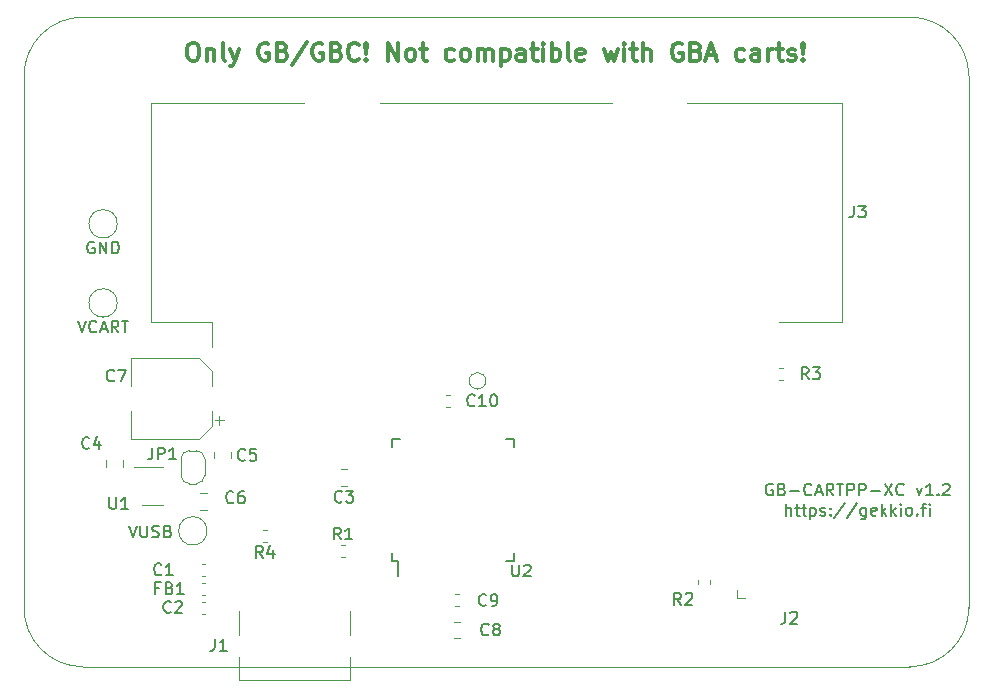
<source format=gbr>
%TF.GenerationSoftware,KiCad,Pcbnew,5.1.7-a382d34a8~87~ubuntu20.04.1*%
%TF.CreationDate,2020-10-04T21:32:38+03:00*%
%TF.ProjectId,GB-CARTPP-XC,47422d43-4152-4545-9050-2d58432e6b69,v1.2*%
%TF.SameCoordinates,Original*%
%TF.FileFunction,Legend,Top*%
%TF.FilePolarity,Positive*%
%FSLAX46Y46*%
G04 Gerber Fmt 4.6, Leading zero omitted, Abs format (unit mm)*
G04 Created by KiCad (PCBNEW 5.1.7-a382d34a8~87~ubuntu20.04.1) date 2020-10-04 21:32:38*
%MOMM*%
%LPD*%
G01*
G04 APERTURE LIST*
%ADD10C,0.200000*%
%ADD11C,0.300000*%
%TA.AperFunction,Profile*%
%ADD12C,0.050000*%
%TD*%
%ADD13C,0.120000*%
%ADD14C,0.150000*%
G04 APERTURE END LIST*
D10*
X113385714Y-89550000D02*
X113290476Y-89502380D01*
X113147619Y-89502380D01*
X113004761Y-89550000D01*
X112909523Y-89645238D01*
X112861904Y-89740476D01*
X112814285Y-89930952D01*
X112814285Y-90073809D01*
X112861904Y-90264285D01*
X112909523Y-90359523D01*
X113004761Y-90454761D01*
X113147619Y-90502380D01*
X113242857Y-90502380D01*
X113385714Y-90454761D01*
X113433333Y-90407142D01*
X113433333Y-90073809D01*
X113242857Y-90073809D01*
X114195238Y-89978571D02*
X114338095Y-90026190D01*
X114385714Y-90073809D01*
X114433333Y-90169047D01*
X114433333Y-90311904D01*
X114385714Y-90407142D01*
X114338095Y-90454761D01*
X114242857Y-90502380D01*
X113861904Y-90502380D01*
X113861904Y-89502380D01*
X114195238Y-89502380D01*
X114290476Y-89550000D01*
X114338095Y-89597619D01*
X114385714Y-89692857D01*
X114385714Y-89788095D01*
X114338095Y-89883333D01*
X114290476Y-89930952D01*
X114195238Y-89978571D01*
X113861904Y-89978571D01*
X114861904Y-90121428D02*
X115623809Y-90121428D01*
X116671428Y-90407142D02*
X116623809Y-90454761D01*
X116480952Y-90502380D01*
X116385714Y-90502380D01*
X116242857Y-90454761D01*
X116147619Y-90359523D01*
X116100000Y-90264285D01*
X116052380Y-90073809D01*
X116052380Y-89930952D01*
X116100000Y-89740476D01*
X116147619Y-89645238D01*
X116242857Y-89550000D01*
X116385714Y-89502380D01*
X116480952Y-89502380D01*
X116623809Y-89550000D01*
X116671428Y-89597619D01*
X117052380Y-90216666D02*
X117528571Y-90216666D01*
X116957142Y-90502380D02*
X117290476Y-89502380D01*
X117623809Y-90502380D01*
X118528571Y-90502380D02*
X118195238Y-90026190D01*
X117957142Y-90502380D02*
X117957142Y-89502380D01*
X118338095Y-89502380D01*
X118433333Y-89550000D01*
X118480952Y-89597619D01*
X118528571Y-89692857D01*
X118528571Y-89835714D01*
X118480952Y-89930952D01*
X118433333Y-89978571D01*
X118338095Y-90026190D01*
X117957142Y-90026190D01*
X118814285Y-89502380D02*
X119385714Y-89502380D01*
X119100000Y-90502380D02*
X119100000Y-89502380D01*
X119719047Y-90502380D02*
X119719047Y-89502380D01*
X120100000Y-89502380D01*
X120195238Y-89550000D01*
X120242857Y-89597619D01*
X120290476Y-89692857D01*
X120290476Y-89835714D01*
X120242857Y-89930952D01*
X120195238Y-89978571D01*
X120100000Y-90026190D01*
X119719047Y-90026190D01*
X120719047Y-90502380D02*
X120719047Y-89502380D01*
X121100000Y-89502380D01*
X121195238Y-89550000D01*
X121242857Y-89597619D01*
X121290476Y-89692857D01*
X121290476Y-89835714D01*
X121242857Y-89930952D01*
X121195238Y-89978571D01*
X121100000Y-90026190D01*
X120719047Y-90026190D01*
X121719047Y-90121428D02*
X122480952Y-90121428D01*
X122861904Y-89502380D02*
X123528571Y-90502380D01*
X123528571Y-89502380D02*
X122861904Y-90502380D01*
X124480952Y-90407142D02*
X124433333Y-90454761D01*
X124290476Y-90502380D01*
X124195238Y-90502380D01*
X124052380Y-90454761D01*
X123957142Y-90359523D01*
X123909523Y-90264285D01*
X123861904Y-90073809D01*
X123861904Y-89930952D01*
X123909523Y-89740476D01*
X123957142Y-89645238D01*
X124052380Y-89550000D01*
X124195238Y-89502380D01*
X124290476Y-89502380D01*
X124433333Y-89550000D01*
X124480952Y-89597619D01*
X125576190Y-89835714D02*
X125814285Y-90502380D01*
X126052380Y-89835714D01*
X126957142Y-90502380D02*
X126385714Y-90502380D01*
X126671428Y-90502380D02*
X126671428Y-89502380D01*
X126576190Y-89645238D01*
X126480952Y-89740476D01*
X126385714Y-89788095D01*
X127385714Y-90407142D02*
X127433333Y-90454761D01*
X127385714Y-90502380D01*
X127338095Y-90454761D01*
X127385714Y-90407142D01*
X127385714Y-90502380D01*
X127814285Y-89597619D02*
X127861904Y-89550000D01*
X127957142Y-89502380D01*
X128195238Y-89502380D01*
X128290476Y-89550000D01*
X128338095Y-89597619D01*
X128385714Y-89692857D01*
X128385714Y-89788095D01*
X128338095Y-89930952D01*
X127766666Y-90502380D01*
X128385714Y-90502380D01*
X114528571Y-92202380D02*
X114528571Y-91202380D01*
X114957142Y-92202380D02*
X114957142Y-91678571D01*
X114909523Y-91583333D01*
X114814285Y-91535714D01*
X114671428Y-91535714D01*
X114576190Y-91583333D01*
X114528571Y-91630952D01*
X115290476Y-91535714D02*
X115671428Y-91535714D01*
X115433333Y-91202380D02*
X115433333Y-92059523D01*
X115480952Y-92154761D01*
X115576190Y-92202380D01*
X115671428Y-92202380D01*
X115861904Y-91535714D02*
X116242857Y-91535714D01*
X116004761Y-91202380D02*
X116004761Y-92059523D01*
X116052380Y-92154761D01*
X116147619Y-92202380D01*
X116242857Y-92202380D01*
X116576190Y-91535714D02*
X116576190Y-92535714D01*
X116576190Y-91583333D02*
X116671428Y-91535714D01*
X116861904Y-91535714D01*
X116957142Y-91583333D01*
X117004761Y-91630952D01*
X117052380Y-91726190D01*
X117052380Y-92011904D01*
X117004761Y-92107142D01*
X116957142Y-92154761D01*
X116861904Y-92202380D01*
X116671428Y-92202380D01*
X116576190Y-92154761D01*
X117433333Y-92154761D02*
X117528571Y-92202380D01*
X117719047Y-92202380D01*
X117814285Y-92154761D01*
X117861904Y-92059523D01*
X117861904Y-92011904D01*
X117814285Y-91916666D01*
X117719047Y-91869047D01*
X117576190Y-91869047D01*
X117480952Y-91821428D01*
X117433333Y-91726190D01*
X117433333Y-91678571D01*
X117480952Y-91583333D01*
X117576190Y-91535714D01*
X117719047Y-91535714D01*
X117814285Y-91583333D01*
X118290476Y-92107142D02*
X118338095Y-92154761D01*
X118290476Y-92202380D01*
X118242857Y-92154761D01*
X118290476Y-92107142D01*
X118290476Y-92202380D01*
X118290476Y-91583333D02*
X118338095Y-91630952D01*
X118290476Y-91678571D01*
X118242857Y-91630952D01*
X118290476Y-91583333D01*
X118290476Y-91678571D01*
X119480952Y-91154761D02*
X118623809Y-92440476D01*
X120528571Y-91154761D02*
X119671428Y-92440476D01*
X121290476Y-91535714D02*
X121290476Y-92345238D01*
X121242857Y-92440476D01*
X121195238Y-92488095D01*
X121100000Y-92535714D01*
X120957142Y-92535714D01*
X120861904Y-92488095D01*
X121290476Y-92154761D02*
X121195238Y-92202380D01*
X121004761Y-92202380D01*
X120909523Y-92154761D01*
X120861904Y-92107142D01*
X120814285Y-92011904D01*
X120814285Y-91726190D01*
X120861904Y-91630952D01*
X120909523Y-91583333D01*
X121004761Y-91535714D01*
X121195238Y-91535714D01*
X121290476Y-91583333D01*
X122147619Y-92154761D02*
X122052380Y-92202380D01*
X121861904Y-92202380D01*
X121766666Y-92154761D01*
X121719047Y-92059523D01*
X121719047Y-91678571D01*
X121766666Y-91583333D01*
X121861904Y-91535714D01*
X122052380Y-91535714D01*
X122147619Y-91583333D01*
X122195238Y-91678571D01*
X122195238Y-91773809D01*
X121719047Y-91869047D01*
X122623809Y-92202380D02*
X122623809Y-91202380D01*
X122719047Y-91821428D02*
X123004761Y-92202380D01*
X123004761Y-91535714D02*
X122623809Y-91916666D01*
X123433333Y-92202380D02*
X123433333Y-91202380D01*
X123528571Y-91821428D02*
X123814285Y-92202380D01*
X123814285Y-91535714D02*
X123433333Y-91916666D01*
X124242857Y-92202380D02*
X124242857Y-91535714D01*
X124242857Y-91202380D02*
X124195238Y-91250000D01*
X124242857Y-91297619D01*
X124290476Y-91250000D01*
X124242857Y-91202380D01*
X124242857Y-91297619D01*
X124861904Y-92202380D02*
X124766666Y-92154761D01*
X124719047Y-92107142D01*
X124671428Y-92011904D01*
X124671428Y-91726190D01*
X124719047Y-91630952D01*
X124766666Y-91583333D01*
X124861904Y-91535714D01*
X125004761Y-91535714D01*
X125100000Y-91583333D01*
X125147619Y-91630952D01*
X125195238Y-91726190D01*
X125195238Y-92011904D01*
X125147619Y-92107142D01*
X125100000Y-92154761D01*
X125004761Y-92202380D01*
X124861904Y-92202380D01*
X125623809Y-92107142D02*
X125671428Y-92154761D01*
X125623809Y-92202380D01*
X125576190Y-92154761D01*
X125623809Y-92107142D01*
X125623809Y-92202380D01*
X125957142Y-91535714D02*
X126338095Y-91535714D01*
X126100000Y-92202380D02*
X126100000Y-91345238D01*
X126147619Y-91250000D01*
X126242857Y-91202380D01*
X126338095Y-91202380D01*
X126671428Y-92202380D02*
X126671428Y-91535714D01*
X126671428Y-91202380D02*
X126623809Y-91250000D01*
X126671428Y-91297619D01*
X126719047Y-91250000D01*
X126671428Y-91202380D01*
X126671428Y-91297619D01*
D11*
X64200000Y-52178571D02*
X64485714Y-52178571D01*
X64628571Y-52250000D01*
X64771428Y-52392857D01*
X64842857Y-52678571D01*
X64842857Y-53178571D01*
X64771428Y-53464285D01*
X64628571Y-53607142D01*
X64485714Y-53678571D01*
X64200000Y-53678571D01*
X64057142Y-53607142D01*
X63914285Y-53464285D01*
X63842857Y-53178571D01*
X63842857Y-52678571D01*
X63914285Y-52392857D01*
X64057142Y-52250000D01*
X64200000Y-52178571D01*
X65485714Y-52678571D02*
X65485714Y-53678571D01*
X65485714Y-52821428D02*
X65557142Y-52750000D01*
X65700000Y-52678571D01*
X65914285Y-52678571D01*
X66057142Y-52750000D01*
X66128571Y-52892857D01*
X66128571Y-53678571D01*
X67057142Y-53678571D02*
X66914285Y-53607142D01*
X66842857Y-53464285D01*
X66842857Y-52178571D01*
X67485714Y-52678571D02*
X67842857Y-53678571D01*
X68200000Y-52678571D02*
X67842857Y-53678571D01*
X67700000Y-54035714D01*
X67628571Y-54107142D01*
X67485714Y-54178571D01*
X70700000Y-52250000D02*
X70557142Y-52178571D01*
X70342857Y-52178571D01*
X70128571Y-52250000D01*
X69985714Y-52392857D01*
X69914285Y-52535714D01*
X69842857Y-52821428D01*
X69842857Y-53035714D01*
X69914285Y-53321428D01*
X69985714Y-53464285D01*
X70128571Y-53607142D01*
X70342857Y-53678571D01*
X70485714Y-53678571D01*
X70700000Y-53607142D01*
X70771428Y-53535714D01*
X70771428Y-53035714D01*
X70485714Y-53035714D01*
X71914285Y-52892857D02*
X72128571Y-52964285D01*
X72200000Y-53035714D01*
X72271428Y-53178571D01*
X72271428Y-53392857D01*
X72200000Y-53535714D01*
X72128571Y-53607142D01*
X71985714Y-53678571D01*
X71414285Y-53678571D01*
X71414285Y-52178571D01*
X71914285Y-52178571D01*
X72057142Y-52250000D01*
X72128571Y-52321428D01*
X72200000Y-52464285D01*
X72200000Y-52607142D01*
X72128571Y-52750000D01*
X72057142Y-52821428D01*
X71914285Y-52892857D01*
X71414285Y-52892857D01*
X73985714Y-52107142D02*
X72700000Y-54035714D01*
X75271428Y-52250000D02*
X75128571Y-52178571D01*
X74914285Y-52178571D01*
X74700000Y-52250000D01*
X74557142Y-52392857D01*
X74485714Y-52535714D01*
X74414285Y-52821428D01*
X74414285Y-53035714D01*
X74485714Y-53321428D01*
X74557142Y-53464285D01*
X74700000Y-53607142D01*
X74914285Y-53678571D01*
X75057142Y-53678571D01*
X75271428Y-53607142D01*
X75342857Y-53535714D01*
X75342857Y-53035714D01*
X75057142Y-53035714D01*
X76485714Y-52892857D02*
X76700000Y-52964285D01*
X76771428Y-53035714D01*
X76842857Y-53178571D01*
X76842857Y-53392857D01*
X76771428Y-53535714D01*
X76700000Y-53607142D01*
X76557142Y-53678571D01*
X75985714Y-53678571D01*
X75985714Y-52178571D01*
X76485714Y-52178571D01*
X76628571Y-52250000D01*
X76700000Y-52321428D01*
X76771428Y-52464285D01*
X76771428Y-52607142D01*
X76700000Y-52750000D01*
X76628571Y-52821428D01*
X76485714Y-52892857D01*
X75985714Y-52892857D01*
X78342857Y-53535714D02*
X78271428Y-53607142D01*
X78057142Y-53678571D01*
X77914285Y-53678571D01*
X77700000Y-53607142D01*
X77557142Y-53464285D01*
X77485714Y-53321428D01*
X77414285Y-53035714D01*
X77414285Y-52821428D01*
X77485714Y-52535714D01*
X77557142Y-52392857D01*
X77700000Y-52250000D01*
X77914285Y-52178571D01*
X78057142Y-52178571D01*
X78271428Y-52250000D01*
X78342857Y-52321428D01*
X78985714Y-53535714D02*
X79057142Y-53607142D01*
X78985714Y-53678571D01*
X78914285Y-53607142D01*
X78985714Y-53535714D01*
X78985714Y-53678571D01*
X78985714Y-53107142D02*
X78914285Y-52250000D01*
X78985714Y-52178571D01*
X79057142Y-52250000D01*
X78985714Y-53107142D01*
X78985714Y-52178571D01*
X80842857Y-53678571D02*
X80842857Y-52178571D01*
X81700000Y-53678571D01*
X81700000Y-52178571D01*
X82628571Y-53678571D02*
X82485714Y-53607142D01*
X82414285Y-53535714D01*
X82342857Y-53392857D01*
X82342857Y-52964285D01*
X82414285Y-52821428D01*
X82485714Y-52750000D01*
X82628571Y-52678571D01*
X82842857Y-52678571D01*
X82985714Y-52750000D01*
X83057142Y-52821428D01*
X83128571Y-52964285D01*
X83128571Y-53392857D01*
X83057142Y-53535714D01*
X82985714Y-53607142D01*
X82842857Y-53678571D01*
X82628571Y-53678571D01*
X83557142Y-52678571D02*
X84128571Y-52678571D01*
X83771428Y-52178571D02*
X83771428Y-53464285D01*
X83842857Y-53607142D01*
X83985714Y-53678571D01*
X84128571Y-53678571D01*
X86414285Y-53607142D02*
X86271428Y-53678571D01*
X85985714Y-53678571D01*
X85842857Y-53607142D01*
X85771428Y-53535714D01*
X85700000Y-53392857D01*
X85700000Y-52964285D01*
X85771428Y-52821428D01*
X85842857Y-52750000D01*
X85985714Y-52678571D01*
X86271428Y-52678571D01*
X86414285Y-52750000D01*
X87271428Y-53678571D02*
X87128571Y-53607142D01*
X87057142Y-53535714D01*
X86985714Y-53392857D01*
X86985714Y-52964285D01*
X87057142Y-52821428D01*
X87128571Y-52750000D01*
X87271428Y-52678571D01*
X87485714Y-52678571D01*
X87628571Y-52750000D01*
X87700000Y-52821428D01*
X87771428Y-52964285D01*
X87771428Y-53392857D01*
X87700000Y-53535714D01*
X87628571Y-53607142D01*
X87485714Y-53678571D01*
X87271428Y-53678571D01*
X88414285Y-53678571D02*
X88414285Y-52678571D01*
X88414285Y-52821428D02*
X88485714Y-52750000D01*
X88628571Y-52678571D01*
X88842857Y-52678571D01*
X88985714Y-52750000D01*
X89057142Y-52892857D01*
X89057142Y-53678571D01*
X89057142Y-52892857D02*
X89128571Y-52750000D01*
X89271428Y-52678571D01*
X89485714Y-52678571D01*
X89628571Y-52750000D01*
X89700000Y-52892857D01*
X89700000Y-53678571D01*
X90414285Y-52678571D02*
X90414285Y-54178571D01*
X90414285Y-52750000D02*
X90557142Y-52678571D01*
X90842857Y-52678571D01*
X90985714Y-52750000D01*
X91057142Y-52821428D01*
X91128571Y-52964285D01*
X91128571Y-53392857D01*
X91057142Y-53535714D01*
X90985714Y-53607142D01*
X90842857Y-53678571D01*
X90557142Y-53678571D01*
X90414285Y-53607142D01*
X92414285Y-53678571D02*
X92414285Y-52892857D01*
X92342857Y-52750000D01*
X92200000Y-52678571D01*
X91914285Y-52678571D01*
X91771428Y-52750000D01*
X92414285Y-53607142D02*
X92271428Y-53678571D01*
X91914285Y-53678571D01*
X91771428Y-53607142D01*
X91700000Y-53464285D01*
X91700000Y-53321428D01*
X91771428Y-53178571D01*
X91914285Y-53107142D01*
X92271428Y-53107142D01*
X92414285Y-53035714D01*
X92914285Y-52678571D02*
X93485714Y-52678571D01*
X93128571Y-52178571D02*
X93128571Y-53464285D01*
X93200000Y-53607142D01*
X93342857Y-53678571D01*
X93485714Y-53678571D01*
X93985714Y-53678571D02*
X93985714Y-52678571D01*
X93985714Y-52178571D02*
X93914285Y-52250000D01*
X93985714Y-52321428D01*
X94057142Y-52250000D01*
X93985714Y-52178571D01*
X93985714Y-52321428D01*
X94700000Y-53678571D02*
X94700000Y-52178571D01*
X94700000Y-52750000D02*
X94842857Y-52678571D01*
X95128571Y-52678571D01*
X95271428Y-52750000D01*
X95342857Y-52821428D01*
X95414285Y-52964285D01*
X95414285Y-53392857D01*
X95342857Y-53535714D01*
X95271428Y-53607142D01*
X95128571Y-53678571D01*
X94842857Y-53678571D01*
X94700000Y-53607142D01*
X96271428Y-53678571D02*
X96128571Y-53607142D01*
X96057142Y-53464285D01*
X96057142Y-52178571D01*
X97414285Y-53607142D02*
X97271428Y-53678571D01*
X96985714Y-53678571D01*
X96842857Y-53607142D01*
X96771428Y-53464285D01*
X96771428Y-52892857D01*
X96842857Y-52750000D01*
X96985714Y-52678571D01*
X97271428Y-52678571D01*
X97414285Y-52750000D01*
X97485714Y-52892857D01*
X97485714Y-53035714D01*
X96771428Y-53178571D01*
X99128571Y-52678571D02*
X99414285Y-53678571D01*
X99700000Y-52964285D01*
X99985714Y-53678571D01*
X100271428Y-52678571D01*
X100842857Y-53678571D02*
X100842857Y-52678571D01*
X100842857Y-52178571D02*
X100771428Y-52250000D01*
X100842857Y-52321428D01*
X100914285Y-52250000D01*
X100842857Y-52178571D01*
X100842857Y-52321428D01*
X101342857Y-52678571D02*
X101914285Y-52678571D01*
X101557142Y-52178571D02*
X101557142Y-53464285D01*
X101628571Y-53607142D01*
X101771428Y-53678571D01*
X101914285Y-53678571D01*
X102414285Y-53678571D02*
X102414285Y-52178571D01*
X103057142Y-53678571D02*
X103057142Y-52892857D01*
X102985714Y-52750000D01*
X102842857Y-52678571D01*
X102628571Y-52678571D01*
X102485714Y-52750000D01*
X102414285Y-52821428D01*
X105700000Y-52250000D02*
X105557142Y-52178571D01*
X105342857Y-52178571D01*
X105128571Y-52250000D01*
X104985714Y-52392857D01*
X104914285Y-52535714D01*
X104842857Y-52821428D01*
X104842857Y-53035714D01*
X104914285Y-53321428D01*
X104985714Y-53464285D01*
X105128571Y-53607142D01*
X105342857Y-53678571D01*
X105485714Y-53678571D01*
X105700000Y-53607142D01*
X105771428Y-53535714D01*
X105771428Y-53035714D01*
X105485714Y-53035714D01*
X106914285Y-52892857D02*
X107128571Y-52964285D01*
X107200000Y-53035714D01*
X107271428Y-53178571D01*
X107271428Y-53392857D01*
X107200000Y-53535714D01*
X107128571Y-53607142D01*
X106985714Y-53678571D01*
X106414285Y-53678571D01*
X106414285Y-52178571D01*
X106914285Y-52178571D01*
X107057142Y-52250000D01*
X107128571Y-52321428D01*
X107200000Y-52464285D01*
X107200000Y-52607142D01*
X107128571Y-52750000D01*
X107057142Y-52821428D01*
X106914285Y-52892857D01*
X106414285Y-52892857D01*
X107842857Y-53250000D02*
X108557142Y-53250000D01*
X107700000Y-53678571D02*
X108200000Y-52178571D01*
X108700000Y-53678571D01*
X110985714Y-53607142D02*
X110842857Y-53678571D01*
X110557142Y-53678571D01*
X110414285Y-53607142D01*
X110342857Y-53535714D01*
X110271428Y-53392857D01*
X110271428Y-52964285D01*
X110342857Y-52821428D01*
X110414285Y-52750000D01*
X110557142Y-52678571D01*
X110842857Y-52678571D01*
X110985714Y-52750000D01*
X112271428Y-53678571D02*
X112271428Y-52892857D01*
X112200000Y-52750000D01*
X112057142Y-52678571D01*
X111771428Y-52678571D01*
X111628571Y-52750000D01*
X112271428Y-53607142D02*
X112128571Y-53678571D01*
X111771428Y-53678571D01*
X111628571Y-53607142D01*
X111557142Y-53464285D01*
X111557142Y-53321428D01*
X111628571Y-53178571D01*
X111771428Y-53107142D01*
X112128571Y-53107142D01*
X112271428Y-53035714D01*
X112985714Y-53678571D02*
X112985714Y-52678571D01*
X112985714Y-52964285D02*
X113057142Y-52821428D01*
X113128571Y-52750000D01*
X113271428Y-52678571D01*
X113414285Y-52678571D01*
X113700000Y-52678571D02*
X114271428Y-52678571D01*
X113914285Y-52178571D02*
X113914285Y-53464285D01*
X113985714Y-53607142D01*
X114128571Y-53678571D01*
X114271428Y-53678571D01*
X114700000Y-53607142D02*
X114842857Y-53678571D01*
X115128571Y-53678571D01*
X115271428Y-53607142D01*
X115342857Y-53464285D01*
X115342857Y-53392857D01*
X115271428Y-53250000D01*
X115128571Y-53178571D01*
X114914285Y-53178571D01*
X114771428Y-53107142D01*
X114700000Y-52964285D01*
X114700000Y-52892857D01*
X114771428Y-52750000D01*
X114914285Y-52678571D01*
X115128571Y-52678571D01*
X115271428Y-52750000D01*
X115985714Y-53535714D02*
X116057142Y-53607142D01*
X115985714Y-53678571D01*
X115914285Y-53607142D01*
X115985714Y-53535714D01*
X115985714Y-53678571D01*
X115985714Y-53107142D02*
X115914285Y-52250000D01*
X115985714Y-52178571D01*
X116057142Y-52250000D01*
X115985714Y-53107142D01*
X115985714Y-52178571D01*
D12*
X130000000Y-100000000D02*
G75*
G02*
X125000000Y-105000000I-5000000J0D01*
G01*
X55000000Y-105000000D02*
G75*
G02*
X50000000Y-100000000I0J5000000D01*
G01*
X50000000Y-55000000D02*
G75*
G02*
X55000000Y-50000000I5000000J0D01*
G01*
X125000000Y-50000000D02*
G75*
G02*
X130000000Y-55000000I0J-5000000D01*
G01*
X50000000Y-100000000D02*
X50000000Y-55000000D01*
X125000000Y-105000000D02*
X55000000Y-105000000D01*
X130000000Y-55000000D02*
X130000000Y-100000000D01*
X55000000Y-50000000D02*
X125000000Y-50000000D01*
D13*
%TO.C,TP4*%
X57900000Y-67500000D02*
G75*
G03*
X57900000Y-67500000I-1200000J0D01*
G01*
%TO.C,U1*%
X61800000Y-88090000D02*
X59350000Y-88090000D01*
X60000000Y-91310000D02*
X61800000Y-91310000D01*
%TO.C,R4*%
X70562779Y-93390000D02*
X70237221Y-93390000D01*
X70562779Y-94410000D02*
X70237221Y-94410000D01*
%TO.C,R1*%
X76837221Y-95710000D02*
X77162779Y-95710000D01*
X76837221Y-94690000D02*
X77162779Y-94690000D01*
%TO.C,J1*%
X68200000Y-106100000D02*
X77600000Y-106100000D01*
X77600000Y-100300000D02*
X77600000Y-102300000D01*
X77600000Y-104200000D02*
X77600000Y-106100000D01*
X68200000Y-100300000D02*
X68200000Y-102300000D01*
X68200000Y-104200000D02*
X68200000Y-106100000D01*
%TO.C,FB1*%
X65362779Y-97890000D02*
X65037221Y-97890000D01*
X65362779Y-98910000D02*
X65037221Y-98910000D01*
%TO.C,C2*%
X65037221Y-100510000D02*
X65362779Y-100510000D01*
X65037221Y-99490000D02*
X65362779Y-99490000D01*
%TO.C,C1*%
X65362779Y-96290000D02*
X65037221Y-96290000D01*
X65362779Y-97310000D02*
X65037221Y-97310000D01*
%TO.C,TP3*%
X57900000Y-74200000D02*
G75*
G03*
X57900000Y-74200000I-1200000J0D01*
G01*
%TO.C,C7*%
X66543750Y-84541250D02*
X66543750Y-83753750D01*
X66937500Y-84147500D02*
X66150000Y-84147500D01*
X65910000Y-79954437D02*
X64845563Y-78890000D01*
X65910000Y-84645563D02*
X64845563Y-85710000D01*
X65910000Y-84645563D02*
X65910000Y-83360000D01*
X65910000Y-79954437D02*
X65910000Y-81240000D01*
X64845563Y-78890000D02*
X59090000Y-78890000D01*
X64845563Y-85710000D02*
X59090000Y-85710000D01*
X59090000Y-85710000D02*
X59090000Y-83360000D01*
X59090000Y-78890000D02*
X59090000Y-81240000D01*
%TO.C,C5*%
X67510000Y-87358578D02*
X67510000Y-86841422D01*
X66090000Y-87358578D02*
X66090000Y-86841422D01*
%TO.C,C4*%
X58410000Y-88058578D02*
X58410000Y-87541422D01*
X56990000Y-88058578D02*
X56990000Y-87541422D01*
%TO.C,J3*%
X119250000Y-75800000D02*
X119250000Y-57300000D01*
X119250000Y-57300000D02*
X106150000Y-57300000D01*
X99750000Y-57300000D02*
X80150000Y-57300000D01*
X73750000Y-57300000D02*
X60750000Y-57300000D01*
X60750000Y-75800000D02*
X60750000Y-57300000D01*
X60750000Y-75800000D02*
X65950000Y-75800000D01*
X119250000Y-75800000D02*
X113950000Y-75800000D01*
X65950000Y-75800000D02*
X65950000Y-77900000D01*
%TO.C,C3*%
X77358578Y-88290000D02*
X76841422Y-88290000D01*
X77358578Y-89710000D02*
X76841422Y-89710000D01*
%TO.C,JP1*%
X63300000Y-88800000D02*
X63300000Y-87400000D01*
X64000000Y-86700000D02*
X64600000Y-86700000D01*
X65300000Y-87400000D02*
X65300000Y-88800000D01*
X64600000Y-89500000D02*
X64000000Y-89500000D01*
X64000000Y-89500000D02*
G75*
G02*
X63300000Y-88800000I0J700000D01*
G01*
X65300000Y-88800000D02*
G75*
G02*
X64600000Y-89500000I-700000J0D01*
G01*
X64600000Y-86700000D02*
G75*
G02*
X65300000Y-87400000I0J-700000D01*
G01*
X63300000Y-87400000D02*
G75*
G02*
X64000000Y-86700000I700000J0D01*
G01*
%TO.C,TP2*%
X89100000Y-80800000D02*
G75*
G03*
X89100000Y-80800000I-700000J0D01*
G01*
D14*
%TO.C,U2*%
X81700000Y-96075000D02*
X81700000Y-97350000D01*
X81125000Y-85725000D02*
X81125000Y-86400000D01*
X91475000Y-85725000D02*
X91475000Y-86400000D01*
X91475000Y-96075000D02*
X91475000Y-95400000D01*
X81125000Y-96075000D02*
X81125000Y-95400000D01*
X91475000Y-96075000D02*
X90800000Y-96075000D01*
X91475000Y-85725000D02*
X90800000Y-85725000D01*
X81125000Y-85725000D02*
X81800000Y-85725000D01*
X81125000Y-96075000D02*
X81700000Y-96075000D01*
D13*
%TO.C,TP1*%
X65500000Y-93500000D02*
G75*
G03*
X65500000Y-93500000I-1200000J0D01*
G01*
%TO.C,R3*%
X114262779Y-79690000D02*
X113937221Y-79690000D01*
X114262779Y-80710000D02*
X113937221Y-80710000D01*
%TO.C,R2*%
X107090000Y-97637221D02*
X107090000Y-97962779D01*
X108110000Y-97637221D02*
X108110000Y-97962779D01*
%TO.C,J2*%
X111030000Y-99170000D02*
X110395000Y-99170000D01*
X110395000Y-99170000D02*
X110395000Y-98535000D01*
%TO.C,C10*%
X86062779Y-81990000D02*
X85737221Y-81990000D01*
X86062779Y-83010000D02*
X85737221Y-83010000D01*
%TO.C,C9*%
X86862779Y-98840000D02*
X86537221Y-98840000D01*
X86862779Y-99860000D02*
X86537221Y-99860000D01*
%TO.C,C8*%
X86958578Y-101190000D02*
X86441422Y-101190000D01*
X86958578Y-102610000D02*
X86441422Y-102610000D01*
%TO.C,C6*%
X64941422Y-91710000D02*
X65458578Y-91710000D01*
X64941422Y-90290000D02*
X65458578Y-90290000D01*
%TD*%
%TO.C,TP4*%
D14*
X55938095Y-69050000D02*
X55842857Y-69002380D01*
X55700000Y-69002380D01*
X55557142Y-69050000D01*
X55461904Y-69145238D01*
X55414285Y-69240476D01*
X55366666Y-69430952D01*
X55366666Y-69573809D01*
X55414285Y-69764285D01*
X55461904Y-69859523D01*
X55557142Y-69954761D01*
X55700000Y-70002380D01*
X55795238Y-70002380D01*
X55938095Y-69954761D01*
X55985714Y-69907142D01*
X55985714Y-69573809D01*
X55795238Y-69573809D01*
X56414285Y-70002380D02*
X56414285Y-69002380D01*
X56985714Y-70002380D01*
X56985714Y-69002380D01*
X57461904Y-70002380D02*
X57461904Y-69002380D01*
X57700000Y-69002380D01*
X57842857Y-69050000D01*
X57938095Y-69145238D01*
X57985714Y-69240476D01*
X58033333Y-69430952D01*
X58033333Y-69573809D01*
X57985714Y-69764285D01*
X57938095Y-69859523D01*
X57842857Y-69954761D01*
X57700000Y-70002380D01*
X57461904Y-70002380D01*
%TO.C,U1*%
X57238095Y-90652380D02*
X57238095Y-91461904D01*
X57285714Y-91557142D01*
X57333333Y-91604761D01*
X57428571Y-91652380D01*
X57619047Y-91652380D01*
X57714285Y-91604761D01*
X57761904Y-91557142D01*
X57809523Y-91461904D01*
X57809523Y-90652380D01*
X58809523Y-91652380D02*
X58238095Y-91652380D01*
X58523809Y-91652380D02*
X58523809Y-90652380D01*
X58428571Y-90795238D01*
X58333333Y-90890476D01*
X58238095Y-90938095D01*
%TO.C,R4*%
X70233333Y-95782380D02*
X69900000Y-95306190D01*
X69661904Y-95782380D02*
X69661904Y-94782380D01*
X70042857Y-94782380D01*
X70138095Y-94830000D01*
X70185714Y-94877619D01*
X70233333Y-94972857D01*
X70233333Y-95115714D01*
X70185714Y-95210952D01*
X70138095Y-95258571D01*
X70042857Y-95306190D01*
X69661904Y-95306190D01*
X71090476Y-95115714D02*
X71090476Y-95782380D01*
X70852380Y-94734761D02*
X70614285Y-95449047D01*
X71233333Y-95449047D01*
%TO.C,R1*%
X76833333Y-94222380D02*
X76500000Y-93746190D01*
X76261904Y-94222380D02*
X76261904Y-93222380D01*
X76642857Y-93222380D01*
X76738095Y-93270000D01*
X76785714Y-93317619D01*
X76833333Y-93412857D01*
X76833333Y-93555714D01*
X76785714Y-93650952D01*
X76738095Y-93698571D01*
X76642857Y-93746190D01*
X76261904Y-93746190D01*
X77785714Y-94222380D02*
X77214285Y-94222380D01*
X77500000Y-94222380D02*
X77500000Y-93222380D01*
X77404761Y-93365238D01*
X77309523Y-93460476D01*
X77214285Y-93508095D01*
%TO.C,J1*%
X66166666Y-102652380D02*
X66166666Y-103366666D01*
X66119047Y-103509523D01*
X66023809Y-103604761D01*
X65880952Y-103652380D01*
X65785714Y-103652380D01*
X67166666Y-103652380D02*
X66595238Y-103652380D01*
X66880952Y-103652380D02*
X66880952Y-102652380D01*
X66785714Y-102795238D01*
X66690476Y-102890476D01*
X66595238Y-102938095D01*
%TO.C,FB1*%
X61466666Y-98328571D02*
X61133333Y-98328571D01*
X61133333Y-98852380D02*
X61133333Y-97852380D01*
X61609523Y-97852380D01*
X62323809Y-98328571D02*
X62466666Y-98376190D01*
X62514285Y-98423809D01*
X62561904Y-98519047D01*
X62561904Y-98661904D01*
X62514285Y-98757142D01*
X62466666Y-98804761D01*
X62371428Y-98852380D01*
X61990476Y-98852380D01*
X61990476Y-97852380D01*
X62323809Y-97852380D01*
X62419047Y-97900000D01*
X62466666Y-97947619D01*
X62514285Y-98042857D01*
X62514285Y-98138095D01*
X62466666Y-98233333D01*
X62419047Y-98280952D01*
X62323809Y-98328571D01*
X61990476Y-98328571D01*
X63514285Y-98852380D02*
X62942857Y-98852380D01*
X63228571Y-98852380D02*
X63228571Y-97852380D01*
X63133333Y-97995238D01*
X63038095Y-98090476D01*
X62942857Y-98138095D01*
%TO.C,C2*%
X62433333Y-100357142D02*
X62385714Y-100404761D01*
X62242857Y-100452380D01*
X62147619Y-100452380D01*
X62004761Y-100404761D01*
X61909523Y-100309523D01*
X61861904Y-100214285D01*
X61814285Y-100023809D01*
X61814285Y-99880952D01*
X61861904Y-99690476D01*
X61909523Y-99595238D01*
X62004761Y-99500000D01*
X62147619Y-99452380D01*
X62242857Y-99452380D01*
X62385714Y-99500000D01*
X62433333Y-99547619D01*
X62814285Y-99547619D02*
X62861904Y-99500000D01*
X62957142Y-99452380D01*
X63195238Y-99452380D01*
X63290476Y-99500000D01*
X63338095Y-99547619D01*
X63385714Y-99642857D01*
X63385714Y-99738095D01*
X63338095Y-99880952D01*
X62766666Y-100452380D01*
X63385714Y-100452380D01*
%TO.C,C1*%
X61633333Y-97157142D02*
X61585714Y-97204761D01*
X61442857Y-97252380D01*
X61347619Y-97252380D01*
X61204761Y-97204761D01*
X61109523Y-97109523D01*
X61061904Y-97014285D01*
X61014285Y-96823809D01*
X61014285Y-96680952D01*
X61061904Y-96490476D01*
X61109523Y-96395238D01*
X61204761Y-96300000D01*
X61347619Y-96252380D01*
X61442857Y-96252380D01*
X61585714Y-96300000D01*
X61633333Y-96347619D01*
X62585714Y-97252380D02*
X62014285Y-97252380D01*
X62300000Y-97252380D02*
X62300000Y-96252380D01*
X62204761Y-96395238D01*
X62109523Y-96490476D01*
X62014285Y-96538095D01*
%TO.C,TP3*%
X54557142Y-75702380D02*
X54890476Y-76702380D01*
X55223809Y-75702380D01*
X56128571Y-76607142D02*
X56080952Y-76654761D01*
X55938095Y-76702380D01*
X55842857Y-76702380D01*
X55700000Y-76654761D01*
X55604761Y-76559523D01*
X55557142Y-76464285D01*
X55509523Y-76273809D01*
X55509523Y-76130952D01*
X55557142Y-75940476D01*
X55604761Y-75845238D01*
X55700000Y-75750000D01*
X55842857Y-75702380D01*
X55938095Y-75702380D01*
X56080952Y-75750000D01*
X56128571Y-75797619D01*
X56509523Y-76416666D02*
X56985714Y-76416666D01*
X56414285Y-76702380D02*
X56747619Y-75702380D01*
X57080952Y-76702380D01*
X57985714Y-76702380D02*
X57652380Y-76226190D01*
X57414285Y-76702380D02*
X57414285Y-75702380D01*
X57795238Y-75702380D01*
X57890476Y-75750000D01*
X57938095Y-75797619D01*
X57985714Y-75892857D01*
X57985714Y-76035714D01*
X57938095Y-76130952D01*
X57890476Y-76178571D01*
X57795238Y-76226190D01*
X57414285Y-76226190D01*
X58271428Y-75702380D02*
X58842857Y-75702380D01*
X58557142Y-76702380D02*
X58557142Y-75702380D01*
%TO.C,C7*%
X57633333Y-80757142D02*
X57585714Y-80804761D01*
X57442857Y-80852380D01*
X57347619Y-80852380D01*
X57204761Y-80804761D01*
X57109523Y-80709523D01*
X57061904Y-80614285D01*
X57014285Y-80423809D01*
X57014285Y-80280952D01*
X57061904Y-80090476D01*
X57109523Y-79995238D01*
X57204761Y-79900000D01*
X57347619Y-79852380D01*
X57442857Y-79852380D01*
X57585714Y-79900000D01*
X57633333Y-79947619D01*
X57966666Y-79852380D02*
X58633333Y-79852380D01*
X58204761Y-80852380D01*
%TO.C,C5*%
X68733333Y-87457142D02*
X68685714Y-87504761D01*
X68542857Y-87552380D01*
X68447619Y-87552380D01*
X68304761Y-87504761D01*
X68209523Y-87409523D01*
X68161904Y-87314285D01*
X68114285Y-87123809D01*
X68114285Y-86980952D01*
X68161904Y-86790476D01*
X68209523Y-86695238D01*
X68304761Y-86600000D01*
X68447619Y-86552380D01*
X68542857Y-86552380D01*
X68685714Y-86600000D01*
X68733333Y-86647619D01*
X69638095Y-86552380D02*
X69161904Y-86552380D01*
X69114285Y-87028571D01*
X69161904Y-86980952D01*
X69257142Y-86933333D01*
X69495238Y-86933333D01*
X69590476Y-86980952D01*
X69638095Y-87028571D01*
X69685714Y-87123809D01*
X69685714Y-87361904D01*
X69638095Y-87457142D01*
X69590476Y-87504761D01*
X69495238Y-87552380D01*
X69257142Y-87552380D01*
X69161904Y-87504761D01*
X69114285Y-87457142D01*
%TO.C,C4*%
X55533333Y-86457142D02*
X55485714Y-86504761D01*
X55342857Y-86552380D01*
X55247619Y-86552380D01*
X55104761Y-86504761D01*
X55009523Y-86409523D01*
X54961904Y-86314285D01*
X54914285Y-86123809D01*
X54914285Y-85980952D01*
X54961904Y-85790476D01*
X55009523Y-85695238D01*
X55104761Y-85600000D01*
X55247619Y-85552380D01*
X55342857Y-85552380D01*
X55485714Y-85600000D01*
X55533333Y-85647619D01*
X56390476Y-85885714D02*
X56390476Y-86552380D01*
X56152380Y-85504761D02*
X55914285Y-86219047D01*
X56533333Y-86219047D01*
%TO.C,J3*%
X120266666Y-65952380D02*
X120266666Y-66666666D01*
X120219047Y-66809523D01*
X120123809Y-66904761D01*
X119980952Y-66952380D01*
X119885714Y-66952380D01*
X120647619Y-65952380D02*
X121266666Y-65952380D01*
X120933333Y-66333333D01*
X121076190Y-66333333D01*
X121171428Y-66380952D01*
X121219047Y-66428571D01*
X121266666Y-66523809D01*
X121266666Y-66761904D01*
X121219047Y-66857142D01*
X121171428Y-66904761D01*
X121076190Y-66952380D01*
X120790476Y-66952380D01*
X120695238Y-66904761D01*
X120647619Y-66857142D01*
%TO.C,C3*%
X76933333Y-91007142D02*
X76885714Y-91054761D01*
X76742857Y-91102380D01*
X76647619Y-91102380D01*
X76504761Y-91054761D01*
X76409523Y-90959523D01*
X76361904Y-90864285D01*
X76314285Y-90673809D01*
X76314285Y-90530952D01*
X76361904Y-90340476D01*
X76409523Y-90245238D01*
X76504761Y-90150000D01*
X76647619Y-90102380D01*
X76742857Y-90102380D01*
X76885714Y-90150000D01*
X76933333Y-90197619D01*
X77266666Y-90102380D02*
X77885714Y-90102380D01*
X77552380Y-90483333D01*
X77695238Y-90483333D01*
X77790476Y-90530952D01*
X77838095Y-90578571D01*
X77885714Y-90673809D01*
X77885714Y-90911904D01*
X77838095Y-91007142D01*
X77790476Y-91054761D01*
X77695238Y-91102380D01*
X77409523Y-91102380D01*
X77314285Y-91054761D01*
X77266666Y-91007142D01*
%TO.C,JP1*%
X60866666Y-86452380D02*
X60866666Y-87166666D01*
X60819047Y-87309523D01*
X60723809Y-87404761D01*
X60580952Y-87452380D01*
X60485714Y-87452380D01*
X61342857Y-87452380D02*
X61342857Y-86452380D01*
X61723809Y-86452380D01*
X61819047Y-86500000D01*
X61866666Y-86547619D01*
X61914285Y-86642857D01*
X61914285Y-86785714D01*
X61866666Y-86880952D01*
X61819047Y-86928571D01*
X61723809Y-86976190D01*
X61342857Y-86976190D01*
X62866666Y-87452380D02*
X62295238Y-87452380D01*
X62580952Y-87452380D02*
X62580952Y-86452380D01*
X62485714Y-86595238D01*
X62390476Y-86690476D01*
X62295238Y-86738095D01*
%TO.C,U2*%
X91338095Y-96352380D02*
X91338095Y-97161904D01*
X91385714Y-97257142D01*
X91433333Y-97304761D01*
X91528571Y-97352380D01*
X91719047Y-97352380D01*
X91814285Y-97304761D01*
X91861904Y-97257142D01*
X91909523Y-97161904D01*
X91909523Y-96352380D01*
X92338095Y-96447619D02*
X92385714Y-96400000D01*
X92480952Y-96352380D01*
X92719047Y-96352380D01*
X92814285Y-96400000D01*
X92861904Y-96447619D01*
X92909523Y-96542857D01*
X92909523Y-96638095D01*
X92861904Y-96780952D01*
X92290476Y-97352380D01*
X92909523Y-97352380D01*
%TO.C,TP1*%
X58866666Y-93052380D02*
X59200000Y-94052380D01*
X59533333Y-93052380D01*
X59866666Y-93052380D02*
X59866666Y-93861904D01*
X59914285Y-93957142D01*
X59961904Y-94004761D01*
X60057142Y-94052380D01*
X60247619Y-94052380D01*
X60342857Y-94004761D01*
X60390476Y-93957142D01*
X60438095Y-93861904D01*
X60438095Y-93052380D01*
X60866666Y-94004761D02*
X61009523Y-94052380D01*
X61247619Y-94052380D01*
X61342857Y-94004761D01*
X61390476Y-93957142D01*
X61438095Y-93861904D01*
X61438095Y-93766666D01*
X61390476Y-93671428D01*
X61342857Y-93623809D01*
X61247619Y-93576190D01*
X61057142Y-93528571D01*
X60961904Y-93480952D01*
X60914285Y-93433333D01*
X60866666Y-93338095D01*
X60866666Y-93242857D01*
X60914285Y-93147619D01*
X60961904Y-93100000D01*
X61057142Y-93052380D01*
X61295238Y-93052380D01*
X61438095Y-93100000D01*
X62200000Y-93528571D02*
X62342857Y-93576190D01*
X62390476Y-93623809D01*
X62438095Y-93719047D01*
X62438095Y-93861904D01*
X62390476Y-93957142D01*
X62342857Y-94004761D01*
X62247619Y-94052380D01*
X61866666Y-94052380D01*
X61866666Y-93052380D01*
X62200000Y-93052380D01*
X62295238Y-93100000D01*
X62342857Y-93147619D01*
X62390476Y-93242857D01*
X62390476Y-93338095D01*
X62342857Y-93433333D01*
X62295238Y-93480952D01*
X62200000Y-93528571D01*
X61866666Y-93528571D01*
%TO.C,R3*%
X116433333Y-80652380D02*
X116100000Y-80176190D01*
X115861904Y-80652380D02*
X115861904Y-79652380D01*
X116242857Y-79652380D01*
X116338095Y-79700000D01*
X116385714Y-79747619D01*
X116433333Y-79842857D01*
X116433333Y-79985714D01*
X116385714Y-80080952D01*
X116338095Y-80128571D01*
X116242857Y-80176190D01*
X115861904Y-80176190D01*
X116766666Y-79652380D02*
X117385714Y-79652380D01*
X117052380Y-80033333D01*
X117195238Y-80033333D01*
X117290476Y-80080952D01*
X117338095Y-80128571D01*
X117385714Y-80223809D01*
X117385714Y-80461904D01*
X117338095Y-80557142D01*
X117290476Y-80604761D01*
X117195238Y-80652380D01*
X116909523Y-80652380D01*
X116814285Y-80604761D01*
X116766666Y-80557142D01*
%TO.C,R2*%
X105633333Y-99752380D02*
X105300000Y-99276190D01*
X105061904Y-99752380D02*
X105061904Y-98752380D01*
X105442857Y-98752380D01*
X105538095Y-98800000D01*
X105585714Y-98847619D01*
X105633333Y-98942857D01*
X105633333Y-99085714D01*
X105585714Y-99180952D01*
X105538095Y-99228571D01*
X105442857Y-99276190D01*
X105061904Y-99276190D01*
X106014285Y-98847619D02*
X106061904Y-98800000D01*
X106157142Y-98752380D01*
X106395238Y-98752380D01*
X106490476Y-98800000D01*
X106538095Y-98847619D01*
X106585714Y-98942857D01*
X106585714Y-99038095D01*
X106538095Y-99180952D01*
X105966666Y-99752380D01*
X106585714Y-99752380D01*
%TO.C,J2*%
X114466666Y-100352380D02*
X114466666Y-101066666D01*
X114419047Y-101209523D01*
X114323809Y-101304761D01*
X114180952Y-101352380D01*
X114085714Y-101352380D01*
X114895238Y-100447619D02*
X114942857Y-100400000D01*
X115038095Y-100352380D01*
X115276190Y-100352380D01*
X115371428Y-100400000D01*
X115419047Y-100447619D01*
X115466666Y-100542857D01*
X115466666Y-100638095D01*
X115419047Y-100780952D01*
X114847619Y-101352380D01*
X115466666Y-101352380D01*
%TO.C,C10*%
X88157142Y-82857142D02*
X88109523Y-82904761D01*
X87966666Y-82952380D01*
X87871428Y-82952380D01*
X87728571Y-82904761D01*
X87633333Y-82809523D01*
X87585714Y-82714285D01*
X87538095Y-82523809D01*
X87538095Y-82380952D01*
X87585714Y-82190476D01*
X87633333Y-82095238D01*
X87728571Y-82000000D01*
X87871428Y-81952380D01*
X87966666Y-81952380D01*
X88109523Y-82000000D01*
X88157142Y-82047619D01*
X89109523Y-82952380D02*
X88538095Y-82952380D01*
X88823809Y-82952380D02*
X88823809Y-81952380D01*
X88728571Y-82095238D01*
X88633333Y-82190476D01*
X88538095Y-82238095D01*
X89728571Y-81952380D02*
X89823809Y-81952380D01*
X89919047Y-82000000D01*
X89966666Y-82047619D01*
X90014285Y-82142857D01*
X90061904Y-82333333D01*
X90061904Y-82571428D01*
X90014285Y-82761904D01*
X89966666Y-82857142D01*
X89919047Y-82904761D01*
X89823809Y-82952380D01*
X89728571Y-82952380D01*
X89633333Y-82904761D01*
X89585714Y-82857142D01*
X89538095Y-82761904D01*
X89490476Y-82571428D01*
X89490476Y-82333333D01*
X89538095Y-82142857D01*
X89585714Y-82047619D01*
X89633333Y-82000000D01*
X89728571Y-81952380D01*
%TO.C,C9*%
X89133333Y-99757142D02*
X89085714Y-99804761D01*
X88942857Y-99852380D01*
X88847619Y-99852380D01*
X88704761Y-99804761D01*
X88609523Y-99709523D01*
X88561904Y-99614285D01*
X88514285Y-99423809D01*
X88514285Y-99280952D01*
X88561904Y-99090476D01*
X88609523Y-98995238D01*
X88704761Y-98900000D01*
X88847619Y-98852380D01*
X88942857Y-98852380D01*
X89085714Y-98900000D01*
X89133333Y-98947619D01*
X89609523Y-99852380D02*
X89800000Y-99852380D01*
X89895238Y-99804761D01*
X89942857Y-99757142D01*
X90038095Y-99614285D01*
X90085714Y-99423809D01*
X90085714Y-99042857D01*
X90038095Y-98947619D01*
X89990476Y-98900000D01*
X89895238Y-98852380D01*
X89704761Y-98852380D01*
X89609523Y-98900000D01*
X89561904Y-98947619D01*
X89514285Y-99042857D01*
X89514285Y-99280952D01*
X89561904Y-99376190D01*
X89609523Y-99423809D01*
X89704761Y-99471428D01*
X89895238Y-99471428D01*
X89990476Y-99423809D01*
X90038095Y-99376190D01*
X90085714Y-99280952D01*
%TO.C,C8*%
X89333333Y-102257142D02*
X89285714Y-102304761D01*
X89142857Y-102352380D01*
X89047619Y-102352380D01*
X88904761Y-102304761D01*
X88809523Y-102209523D01*
X88761904Y-102114285D01*
X88714285Y-101923809D01*
X88714285Y-101780952D01*
X88761904Y-101590476D01*
X88809523Y-101495238D01*
X88904761Y-101400000D01*
X89047619Y-101352380D01*
X89142857Y-101352380D01*
X89285714Y-101400000D01*
X89333333Y-101447619D01*
X89904761Y-101780952D02*
X89809523Y-101733333D01*
X89761904Y-101685714D01*
X89714285Y-101590476D01*
X89714285Y-101542857D01*
X89761904Y-101447619D01*
X89809523Y-101400000D01*
X89904761Y-101352380D01*
X90095238Y-101352380D01*
X90190476Y-101400000D01*
X90238095Y-101447619D01*
X90285714Y-101542857D01*
X90285714Y-101590476D01*
X90238095Y-101685714D01*
X90190476Y-101733333D01*
X90095238Y-101780952D01*
X89904761Y-101780952D01*
X89809523Y-101828571D01*
X89761904Y-101876190D01*
X89714285Y-101971428D01*
X89714285Y-102161904D01*
X89761904Y-102257142D01*
X89809523Y-102304761D01*
X89904761Y-102352380D01*
X90095238Y-102352380D01*
X90190476Y-102304761D01*
X90238095Y-102257142D01*
X90285714Y-102161904D01*
X90285714Y-101971428D01*
X90238095Y-101876190D01*
X90190476Y-101828571D01*
X90095238Y-101780952D01*
%TO.C,C6*%
X67733333Y-91057142D02*
X67685714Y-91104761D01*
X67542857Y-91152380D01*
X67447619Y-91152380D01*
X67304761Y-91104761D01*
X67209523Y-91009523D01*
X67161904Y-90914285D01*
X67114285Y-90723809D01*
X67114285Y-90580952D01*
X67161904Y-90390476D01*
X67209523Y-90295238D01*
X67304761Y-90200000D01*
X67447619Y-90152380D01*
X67542857Y-90152380D01*
X67685714Y-90200000D01*
X67733333Y-90247619D01*
X68590476Y-90152380D02*
X68400000Y-90152380D01*
X68304761Y-90200000D01*
X68257142Y-90247619D01*
X68161904Y-90390476D01*
X68114285Y-90580952D01*
X68114285Y-90961904D01*
X68161904Y-91057142D01*
X68209523Y-91104761D01*
X68304761Y-91152380D01*
X68495238Y-91152380D01*
X68590476Y-91104761D01*
X68638095Y-91057142D01*
X68685714Y-90961904D01*
X68685714Y-90723809D01*
X68638095Y-90628571D01*
X68590476Y-90580952D01*
X68495238Y-90533333D01*
X68304761Y-90533333D01*
X68209523Y-90580952D01*
X68161904Y-90628571D01*
X68114285Y-90723809D01*
%TD*%
M02*

</source>
